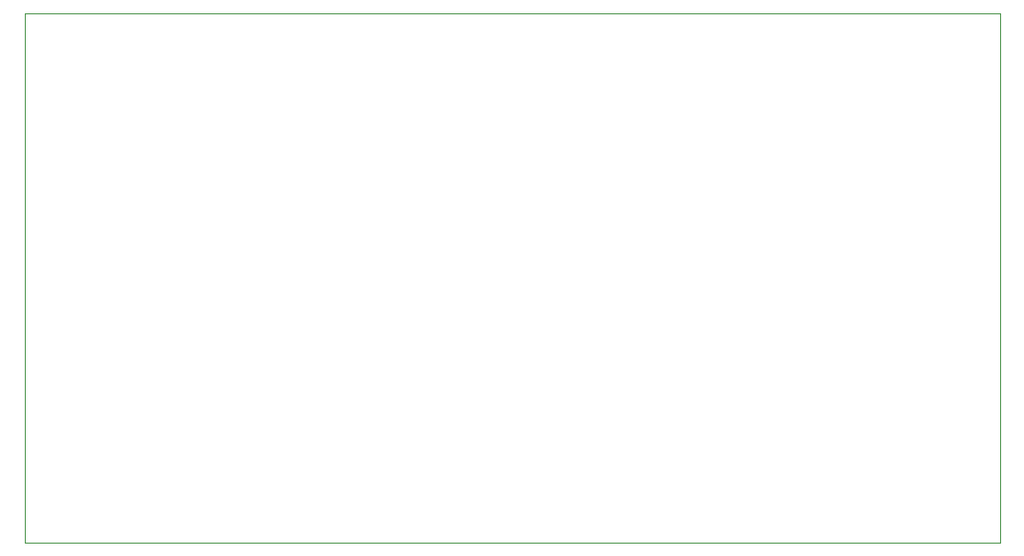
<source format=gm1>
G04 #@! TF.GenerationSoftware,KiCad,Pcbnew,(5.1.4)-1*
G04 #@! TF.CreationDate,2021-06-03T13:44:04-04:00*
G04 #@! TF.ProjectId,controller_power_mod,636f6e74-726f-46c6-9c65-725f706f7765,rev?*
G04 #@! TF.SameCoordinates,Original*
G04 #@! TF.FileFunction,Profile,NP*
%FSLAX46Y46*%
G04 Gerber Fmt 4.6, Leading zero omitted, Abs format (unit mm)*
G04 Created by KiCad (PCBNEW (5.1.4)-1) date 2021-06-03 13:44:04*
%MOMM*%
%LPD*%
G04 APERTURE LIST*
%ADD10C,0.050000*%
G04 APERTURE END LIST*
D10*
X129500000Y-114000000D02*
X43000000Y-114000000D01*
X129500000Y-67000000D02*
X129500000Y-114000000D01*
X43000000Y-67000000D02*
X43000000Y-114000000D01*
X129500000Y-67000000D02*
X43000000Y-67000000D01*
M02*

</source>
